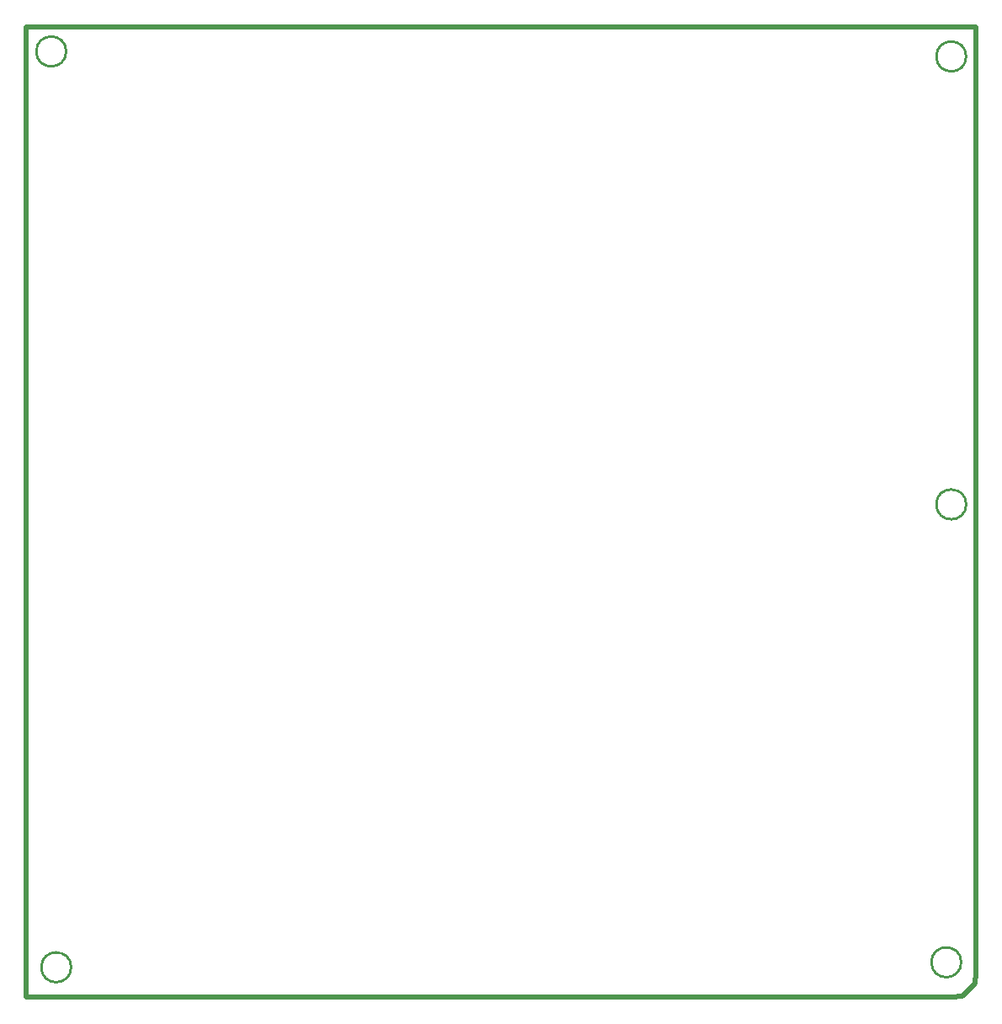
<source format=gko>
G04*
G04 #@! TF.GenerationSoftware,Altium Limited,Altium Designer,21.7.2 (23)*
G04*
G04 Layer_Color=16711935*
%FSLAX25Y25*%
%MOIN*%
G70*
G04*
G04 #@! TF.SameCoordinates,4245895C-60D9-4ACE-B086-DDBF023E6942*
G04*
G04*
G04 #@! TF.FilePolarity,Positive*
G04*
G01*
G75*
%ADD10C,0.01000*%
%ADD61C,0.01968*%
D10*
X372047Y194882D02*
G03*
X372047Y194882I-5906J0D01*
G01*
Y372047D02*
G03*
X372047Y372047I-5906J0D01*
G01*
X15748Y374016D02*
G03*
X15748Y374016I-5906J0D01*
G01*
X370079Y13780D02*
G03*
X370079Y13780I-5906J0D01*
G01*
X17717Y11811D02*
G03*
X17717Y11811I-5906J0D01*
G01*
D61*
X375492Y5413D02*
X375984Y9843D01*
X366142Y0D02*
X370571Y492D01*
X0Y0D02*
X366142D01*
X0D02*
Y383858D01*
X370571Y492D02*
X375492Y5413D01*
X0Y383858D02*
X375984D01*
Y9843D02*
Y383858D01*
M02*

</source>
